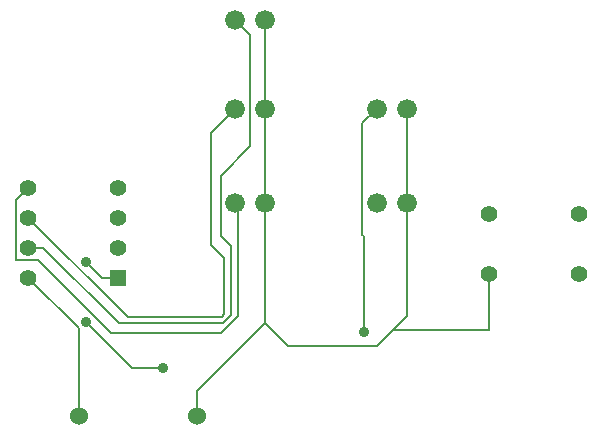
<source format=gbl>
G04 (created by PCBNEW-RS274X (2011-05-25)-stable) date Thu 01 Nov 2012 21:39:30 GMT*
G01*
G70*
G90*
%MOIN*%
G04 Gerber Fmt 3.4, Leading zero omitted, Abs format*
%FSLAX34Y34*%
G04 APERTURE LIST*
%ADD10C,0.006000*%
%ADD11C,0.060000*%
%ADD12C,0.055000*%
%ADD13C,0.066000*%
%ADD14R,0.055000X0.055000*%
%ADD15C,0.035000*%
%ADD16C,0.008000*%
G04 APERTURE END LIST*
G54D10*
G54D11*
X26575Y-30315D03*
X30505Y-30315D03*
G54D12*
X43232Y-23606D03*
X43232Y-25606D03*
X40232Y-23606D03*
X40232Y-25606D03*
G54D13*
X31783Y-17126D03*
X32783Y-17126D03*
X31783Y-20079D03*
X32783Y-20079D03*
X31783Y-23228D03*
X32783Y-23228D03*
X36508Y-20079D03*
X37508Y-20079D03*
X36508Y-23228D03*
X37508Y-23228D03*
G54D14*
X27878Y-25713D03*
G54D12*
X27878Y-24713D03*
X27878Y-23713D03*
X27878Y-22713D03*
X24878Y-22713D03*
X24878Y-23713D03*
X24878Y-24713D03*
X24878Y-25713D03*
G54D15*
X36070Y-27521D03*
X29366Y-28727D03*
X26806Y-27182D03*
X26806Y-25182D03*
G54D16*
X37508Y-20079D02*
X37508Y-23228D01*
X30505Y-29508D02*
X32783Y-27230D01*
X30505Y-30315D02*
X30505Y-29508D01*
X32783Y-23228D02*
X32783Y-27230D01*
X32783Y-23228D02*
X32783Y-20079D01*
X32783Y-20079D02*
X32783Y-17126D01*
X36499Y-28003D02*
X37031Y-27471D01*
X33556Y-28003D02*
X36499Y-28003D01*
X32783Y-27230D02*
X33556Y-28003D01*
X37508Y-26994D02*
X37508Y-23228D01*
X37031Y-27471D02*
X37508Y-26994D01*
X40232Y-27466D02*
X40232Y-25606D01*
X40227Y-27471D02*
X40232Y-27466D01*
X37031Y-27471D02*
X40227Y-27471D01*
X36070Y-24326D02*
X36070Y-27521D01*
X36022Y-24278D02*
X36070Y-24326D01*
X36022Y-20565D02*
X36022Y-24278D01*
X36508Y-20079D02*
X36022Y-20565D01*
X28190Y-27025D02*
X24878Y-23713D01*
X31324Y-27025D02*
X28190Y-27025D01*
X31417Y-26932D02*
X31324Y-27025D01*
X31417Y-25060D02*
X31417Y-26932D01*
X30975Y-24618D02*
X31417Y-25060D01*
X30975Y-20887D02*
X30975Y-24618D01*
X31783Y-20079D02*
X30975Y-20887D01*
X26575Y-27410D02*
X26575Y-30315D01*
X24878Y-25713D02*
X26575Y-27410D01*
X27337Y-25713D02*
X26806Y-25182D01*
X27878Y-25713D02*
X27337Y-25713D01*
X28351Y-28727D02*
X26806Y-27182D01*
X29366Y-28727D02*
X28351Y-28727D01*
X31874Y-23319D02*
X31783Y-23228D01*
X31874Y-26997D02*
X31874Y-23319D01*
X31320Y-27551D02*
X31874Y-26997D01*
X27635Y-27551D02*
X31320Y-27551D01*
X25216Y-25132D02*
X27635Y-27551D01*
X24479Y-25132D02*
X25216Y-25132D01*
X24457Y-25110D02*
X24479Y-25132D01*
X24457Y-23134D02*
X24457Y-25110D01*
X24878Y-22713D02*
X24457Y-23134D01*
X25374Y-24713D02*
X24878Y-24713D01*
X27895Y-27234D02*
X25374Y-24713D01*
X31376Y-27234D02*
X27895Y-27234D01*
X31637Y-26973D02*
X31376Y-27234D01*
X31637Y-24666D02*
X31637Y-26973D01*
X31305Y-24334D02*
X31637Y-24666D01*
X31305Y-22315D02*
X31305Y-24334D01*
X32283Y-21337D02*
X31305Y-22315D01*
X32283Y-17626D02*
X32283Y-21337D01*
X31783Y-17126D02*
X32283Y-17626D01*
M02*

</source>
